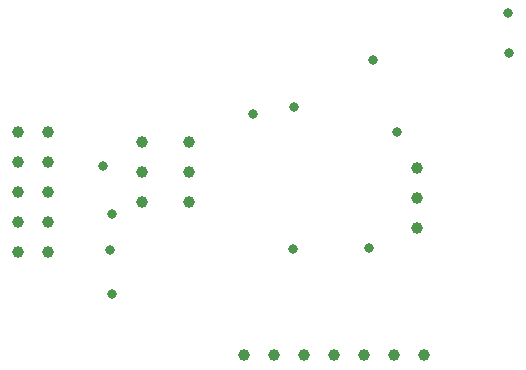
<source format=gbr>
%TF.GenerationSoftware,KiCad,Pcbnew,8.0.2*%
%TF.CreationDate,2025-07-19T08:03:12+07:00*%
%TF.ProjectId,PicoLink,5069636f-4c69-46e6-9b2e-6b696361645f,rev?*%
%TF.SameCoordinates,Original*%
%TF.FileFunction,Plated,1,2,PTH,Drill*%
%TF.FilePolarity,Positive*%
%FSLAX46Y46*%
G04 Gerber Fmt 4.6, Leading zero omitted, Abs format (unit mm)*
G04 Created by KiCad (PCBNEW 8.0.2) date 2025-07-19 08:03:12*
%MOMM*%
%LPD*%
G01*
G04 APERTURE LIST*
%TA.AperFunction,ViaDrill*%
%ADD10C,0.800000*%
%TD*%
%TA.AperFunction,ComponentDrill*%
%ADD11C,1.000000*%
%TD*%
G04 APERTURE END LIST*
D10*
X136550000Y-91750000D03*
X137109099Y-98909099D03*
X137300000Y-95800000D03*
X137301471Y-102600000D03*
X149185785Y-87409314D03*
X152600000Y-98825000D03*
X152725044Y-86750000D03*
X159050000Y-98750000D03*
X159400000Y-82800000D03*
X161450000Y-88900000D03*
X170850000Y-78837500D03*
X170900000Y-82200000D03*
D11*
%TO.C,J3*%
X129360000Y-88920000D03*
X129360000Y-91460000D03*
X129360000Y-94000000D03*
X129360000Y-96540000D03*
X129360000Y-99080000D03*
X131900000Y-88920000D03*
X131900000Y-91460000D03*
X131900000Y-94000000D03*
X131900000Y-96540000D03*
X131900000Y-99080000D03*
%TO.C,J4*%
X139850000Y-89775000D03*
X139850000Y-92315000D03*
X139850000Y-94855000D03*
%TO.C,J7*%
X143800000Y-89760000D03*
X143800000Y-92300000D03*
X143800000Y-94840000D03*
%TO.C,J5*%
X148450000Y-107800000D03*
X150990001Y-107799997D03*
X153530000Y-107800000D03*
X156070000Y-107800000D03*
X158609999Y-107800000D03*
X161149999Y-107800000D03*
%TO.C,J1*%
X163099998Y-94500000D03*
X163099999Y-91960003D03*
X163099999Y-97040003D03*
%TO.C,J5*%
X163690000Y-107800000D03*
M02*

</source>
